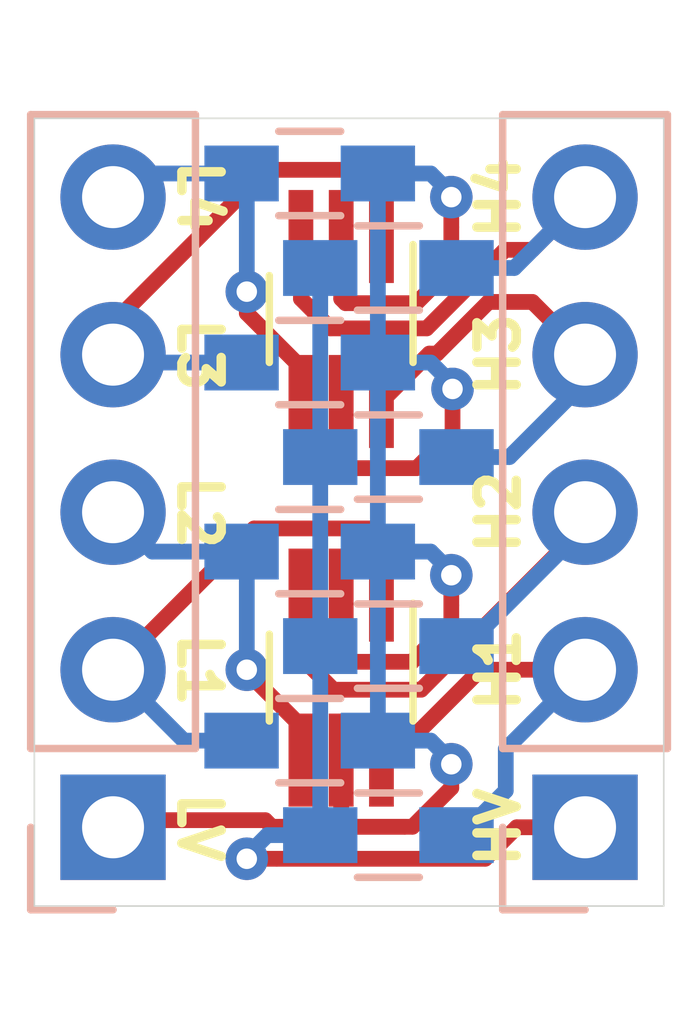
<source format=kicad_pcb>
(kicad_pcb (version 4) (host pcbnew 4.0.6-e0-6349~53~ubuntu16.04.1)

  (general
    (links 28)
    (no_connects 0)
    (area 142.862299 107.302299 153.047701 120.027701)
    (thickness 1.6)
    (drawings 14)
    (tracks 128)
    (zones 0)
    (modules 12)
    (nets 11)
  )

  (page A4)
  (layers
    (0 F.Cu signal)
    (31 B.Cu signal)
    (32 B.Adhes user)
    (33 F.Adhes user)
    (34 B.Paste user)
    (35 F.Paste user)
    (36 B.SilkS user)
    (37 F.SilkS user)
    (38 B.Mask user)
    (39 F.Mask user)
    (40 Dwgs.User user)
    (41 Cmts.User user)
    (42 Eco1.User user)
    (43 Eco2.User user)
    (44 Edge.Cuts user)
    (45 Margin user)
    (46 B.CrtYd user hide)
    (47 F.CrtYd user hide)
    (48 B.Fab user)
    (49 F.Fab user hide)
  )

  (setup
    (last_trace_width 0.254)
    (trace_clearance 0.1524)
    (zone_clearance 0.508)
    (zone_45_only no)
    (trace_min 0.1524)
    (segment_width 0.2)
    (edge_width 0.0254)
    (via_size 0.6858)
    (via_drill 0.3302)
    (via_min_size 0.6858)
    (via_min_drill 0.3302)
    (uvia_size 0.762)
    (uvia_drill 0.508)
    (uvias_allowed no)
    (uvia_min_size 0)
    (uvia_min_drill 0)
    (pcb_text_width 0.3)
    (pcb_text_size 1.5 1.5)
    (mod_edge_width 0.15)
    (mod_text_size 1 1)
    (mod_text_width 0.15)
    (pad_size 1.524 1.524)
    (pad_drill 0.762)
    (pad_to_mask_clearance 0.2)
    (aux_axis_origin 0 0)
    (visible_elements FFFFFF3F)
    (pcbplotparams
      (layerselection 0x00030_80000001)
      (usegerberextensions false)
      (excludeedgelayer true)
      (linewidth 0.100000)
      (plotframeref false)
      (viasonmask false)
      (mode 1)
      (useauxorigin false)
      (hpglpennumber 1)
      (hpglpenspeed 20)
      (hpglpendiameter 15)
      (hpglpenoverlay 2)
      (psnegative false)
      (psa4output false)
      (plotreference true)
      (plotvalue true)
      (plotinvisibletext false)
      (padsonsilk false)
      (subtractmaskfromsilk false)
      (outputformat 1)
      (mirror false)
      (drillshape 1)
      (scaleselection 1)
      (outputdirectory ""))
  )

  (net 0 "")
  (net 1 /LV)
  (net 2 /L1)
  (net 3 /L2)
  (net 4 /H1)
  (net 5 /H2)
  (net 6 /HV)
  (net 7 /L3)
  (net 8 /H3)
  (net 9 /L4)
  (net 10 /H4)

  (net_class Default "This is the default net class."
    (clearance 0.1524)
    (trace_width 0.254)
    (via_dia 0.6858)
    (via_drill 0.3302)
    (uvia_dia 0.762)
    (uvia_drill 0.508)
    (add_net /H1)
    (add_net /H2)
    (add_net /H3)
    (add_net /H4)
    (add_net /HV)
    (add_net /L1)
    (add_net /L2)
    (add_net /L3)
    (add_net /L4)
    (add_net /LV)
  )

  (module TO_SOT_Packages_SMD:SOT-363_SC-70-6_Handsoldering (layer F.Cu) (tedit 58DB5FEB) (tstamp 58DADC59)
    (at 147.828 116.332 270)
    (descr "SOT-363, SC-70-6, Handsoldering")
    (tags "SOT-363 SC-70-6 Handsoldering")
    (path /58DADBCA)
    (attr smd)
    (fp_text reference Q1 (at 0 -2 270) (layer F.SilkS) hide
      (effects (font (size 1 1) (thickness 0.15)))
    )
    (fp_text value BSS138PS (at 0 2 450) (layer F.Fab)
      (effects (font (size 1 1) (thickness 0.15)))
    )
    (fp_text user %R (at 0 0 270) (layer F.Fab)
      (effects (font (size 0.5 0.5) (thickness 0.075)))
    )
    (fp_line (start -2.4 1.4) (end 2.4 1.4) (layer F.CrtYd) (width 0.05))
    (fp_line (start 0.7 -1.16) (end -1.2 -1.16) (layer F.SilkS) (width 0.12))
    (fp_line (start -0.7 1.16) (end 0.7 1.16) (layer F.SilkS) (width 0.12))
    (fp_line (start 2.4 1.4) (end 2.4 -1.4) (layer F.CrtYd) (width 0.05))
    (fp_line (start -2.4 -1.4) (end -2.4 1.4) (layer F.CrtYd) (width 0.05))
    (fp_line (start -2.4 -1.4) (end 2.4 -1.4) (layer F.CrtYd) (width 0.05))
    (fp_line (start 0.675 -1.1) (end -0.175 -1.1) (layer F.Fab) (width 0.1))
    (fp_line (start -0.675 -0.6) (end -0.675 1.1) (layer F.Fab) (width 0.1))
    (fp_line (start 0.675 -1.1) (end 0.675 1.1) (layer F.Fab) (width 0.1))
    (fp_line (start 0.675 1.1) (end -0.675 1.1) (layer F.Fab) (width 0.1))
    (fp_line (start -0.175 -1.1) (end -0.675 -0.6) (layer F.Fab) (width 0.1))
    (pad 1 smd rect (at -1.33 -0.65 270) (size 1.5 0.4) (layers F.Cu F.Paste F.Mask)
      (net 2 /L1))
    (pad 2 smd rect (at -1.33 0 270) (size 1.5 0.4) (layers F.Cu F.Paste F.Mask)
      (net 1 /LV))
    (pad 3 smd rect (at -1.33 0.65 270) (size 1.5 0.4) (layers F.Cu F.Paste F.Mask)
      (net 5 /H2))
    (pad 4 smd rect (at 1.33 0.65 270) (size 1.5 0.4) (layers F.Cu F.Paste F.Mask)
      (net 3 /L2))
    (pad 5 smd rect (at 1.33 0 270) (size 1.5 0.4) (layers F.Cu F.Paste F.Mask)
      (net 1 /LV))
    (pad 6 smd rect (at 1.33 -0.65 270) (size 1.5 0.4) (layers F.Cu F.Paste F.Mask)
      (net 4 /H1))
    (model ${KISYS3DMOD}/TO_SOT_Packages_SMD.3dshapes/SOT-363_SC-70-6.wrl
      (at (xyz 0 0 0))
      (scale (xyz 1 1 1))
      (rotate (xyz 0 0 0))
    )
  )

  (module TO_SOT_Packages_SMD:SOT-363_SC-70-6_Handsoldering (layer F.Cu) (tedit 58DB5FE8) (tstamp 58DADC62)
    (at 147.828 110.55 270)
    (descr "SOT-363, SC-70-6, Handsoldering")
    (tags "SOT-363 SC-70-6 Handsoldering")
    (path /58DAE194)
    (attr smd)
    (fp_text reference Q2 (at 0 -2 270) (layer F.SilkS) hide
      (effects (font (size 1 1) (thickness 0.15)))
    )
    (fp_text value BSS138PS (at 0 2 450) (layer F.Fab)
      (effects (font (size 1 1) (thickness 0.15)))
    )
    (fp_text user %R (at 0 0 270) (layer F.Fab)
      (effects (font (size 0.5 0.5) (thickness 0.075)))
    )
    (fp_line (start -2.4 1.4) (end 2.4 1.4) (layer F.CrtYd) (width 0.05))
    (fp_line (start 0.7 -1.16) (end -1.2 -1.16) (layer F.SilkS) (width 0.12))
    (fp_line (start -0.7 1.16) (end 0.7 1.16) (layer F.SilkS) (width 0.12))
    (fp_line (start 2.4 1.4) (end 2.4 -1.4) (layer F.CrtYd) (width 0.05))
    (fp_line (start -2.4 -1.4) (end -2.4 1.4) (layer F.CrtYd) (width 0.05))
    (fp_line (start -2.4 -1.4) (end 2.4 -1.4) (layer F.CrtYd) (width 0.05))
    (fp_line (start 0.675 -1.1) (end -0.175 -1.1) (layer F.Fab) (width 0.1))
    (fp_line (start -0.675 -0.6) (end -0.675 1.1) (layer F.Fab) (width 0.1))
    (fp_line (start 0.675 -1.1) (end 0.675 1.1) (layer F.Fab) (width 0.1))
    (fp_line (start 0.675 1.1) (end -0.675 1.1) (layer F.Fab) (width 0.1))
    (fp_line (start -0.175 -1.1) (end -0.675 -0.6) (layer F.Fab) (width 0.1))
    (pad 1 smd rect (at -1.33 -0.65 270) (size 1.5 0.4) (layers F.Cu F.Paste F.Mask)
      (net 7 /L3))
    (pad 2 smd rect (at -1.33 0 270) (size 1.5 0.4) (layers F.Cu F.Paste F.Mask)
      (net 1 /LV))
    (pad 3 smd rect (at -1.33 0.65 270) (size 1.5 0.4) (layers F.Cu F.Paste F.Mask)
      (net 10 /H4))
    (pad 4 smd rect (at 1.33 0.65 270) (size 1.5 0.4) (layers F.Cu F.Paste F.Mask)
      (net 9 /L4))
    (pad 5 smd rect (at 1.33 0 270) (size 1.5 0.4) (layers F.Cu F.Paste F.Mask)
      (net 1 /LV))
    (pad 6 smd rect (at 1.33 -0.65 270) (size 1.5 0.4) (layers F.Cu F.Paste F.Mask)
      (net 8 /H3))
    (model ${KISYS3DMOD}/TO_SOT_Packages_SMD.3dshapes/SOT-363_SC-70-6.wrl
      (at (xyz 0 0 0))
      (scale (xyz 1 1 1))
      (rotate (xyz 0 0 0))
    )
  )

  (module Resistors_SMD:R_0603_HandSoldering (layer B.Cu) (tedit 58DB5FB0) (tstamp 58DADCB9)
    (at 147.32 117.348 180)
    (descr "Resistor SMD 0603, hand soldering")
    (tags "resistor 0603")
    (path /58DAE1C3)
    (attr smd)
    (fp_text reference R1 (at 0 1.45 180) (layer B.SilkS) hide
      (effects (font (size 1 1) (thickness 0.15)) (justify mirror))
    )
    (fp_text value 10k (at 0 -1.55 180) (layer B.Fab)
      (effects (font (size 1 1) (thickness 0.15)) (justify mirror))
    )
    (fp_text user %R (at 0 1.45 180) (layer B.Fab)
      (effects (font (size 1 1) (thickness 0.15)) (justify mirror))
    )
    (fp_line (start -0.8 -0.4) (end -0.8 0.4) (layer B.Fab) (width 0.1))
    (fp_line (start 0.8 -0.4) (end -0.8 -0.4) (layer B.Fab) (width 0.1))
    (fp_line (start 0.8 0.4) (end 0.8 -0.4) (layer B.Fab) (width 0.1))
    (fp_line (start -0.8 0.4) (end 0.8 0.4) (layer B.Fab) (width 0.1))
    (fp_line (start 0.5 -0.68) (end -0.5 -0.68) (layer B.SilkS) (width 0.12))
    (fp_line (start -0.5 0.68) (end 0.5 0.68) (layer B.SilkS) (width 0.12))
    (fp_line (start -1.96 0.7) (end 1.95 0.7) (layer B.CrtYd) (width 0.05))
    (fp_line (start -1.96 0.7) (end -1.96 -0.7) (layer B.CrtYd) (width 0.05))
    (fp_line (start 1.95 -0.7) (end 1.95 0.7) (layer B.CrtYd) (width 0.05))
    (fp_line (start 1.95 -0.7) (end -1.96 -0.7) (layer B.CrtYd) (width 0.05))
    (pad 1 smd rect (at -1.1 0 180) (size 1.2 0.9) (layers B.Cu B.Paste B.Mask)
      (net 1 /LV))
    (pad 2 smd rect (at 1.1 0 180) (size 1.2 0.9) (layers B.Cu B.Paste B.Mask)
      (net 2 /L1))
    (model Resistors_SMD.3dshapes/R_0603.wrl
      (at (xyz 0 0 0))
      (scale (xyz 1 1 1))
      (rotate (xyz 0 0 0))
    )
  )

  (module Resistors_SMD:R_0603_HandSoldering (layer B.Cu) (tedit 58DB5FB9) (tstamp 58DADCBE)
    (at 147.32 114.3 180)
    (descr "Resistor SMD 0603, hand soldering")
    (tags "resistor 0603")
    (path /58DAE20B)
    (attr smd)
    (fp_text reference R2 (at 0 1.45 180) (layer B.SilkS) hide
      (effects (font (size 1 1) (thickness 0.15)) (justify mirror))
    )
    (fp_text value 10k (at 0 -1.55 180) (layer B.Fab)
      (effects (font (size 1 1) (thickness 0.15)) (justify mirror))
    )
    (fp_text user %R (at 0 1.45 180) (layer B.Fab)
      (effects (font (size 1 1) (thickness 0.15)) (justify mirror))
    )
    (fp_line (start -0.8 -0.4) (end -0.8 0.4) (layer B.Fab) (width 0.1))
    (fp_line (start 0.8 -0.4) (end -0.8 -0.4) (layer B.Fab) (width 0.1))
    (fp_line (start 0.8 0.4) (end 0.8 -0.4) (layer B.Fab) (width 0.1))
    (fp_line (start -0.8 0.4) (end 0.8 0.4) (layer B.Fab) (width 0.1))
    (fp_line (start 0.5 -0.68) (end -0.5 -0.68) (layer B.SilkS) (width 0.12))
    (fp_line (start -0.5 0.68) (end 0.5 0.68) (layer B.SilkS) (width 0.12))
    (fp_line (start -1.96 0.7) (end 1.95 0.7) (layer B.CrtYd) (width 0.05))
    (fp_line (start -1.96 0.7) (end -1.96 -0.7) (layer B.CrtYd) (width 0.05))
    (fp_line (start 1.95 -0.7) (end 1.95 0.7) (layer B.CrtYd) (width 0.05))
    (fp_line (start 1.95 -0.7) (end -1.96 -0.7) (layer B.CrtYd) (width 0.05))
    (pad 1 smd rect (at -1.1 0 180) (size 1.2 0.9) (layers B.Cu B.Paste B.Mask)
      (net 1 /LV))
    (pad 2 smd rect (at 1.1 0 180) (size 1.2 0.9) (layers B.Cu B.Paste B.Mask)
      (net 3 /L2))
    (model Resistors_SMD.3dshapes/R_0603.wrl
      (at (xyz 0 0 0))
      (scale (xyz 1 1 1))
      (rotate (xyz 0 0 0))
    )
  )

  (module Resistors_SMD:R_0603_HandSoldering (layer B.Cu) (tedit 58DB5FA4) (tstamp 58DADCC3)
    (at 148.59 118.872)
    (descr "Resistor SMD 0603, hand soldering")
    (tags "resistor 0603")
    (path /58DADC06)
    (attr smd)
    (fp_text reference R3 (at 0 1.45) (layer B.SilkS) hide
      (effects (font (size 1 1) (thickness 0.15)) (justify mirror))
    )
    (fp_text value 10k (at 0 -1.55) (layer B.Fab)
      (effects (font (size 1 1) (thickness 0.15)) (justify mirror))
    )
    (fp_text user %R (at 0 1.45) (layer B.Fab)
      (effects (font (size 1 1) (thickness 0.15)) (justify mirror))
    )
    (fp_line (start -0.8 -0.4) (end -0.8 0.4) (layer B.Fab) (width 0.1))
    (fp_line (start 0.8 -0.4) (end -0.8 -0.4) (layer B.Fab) (width 0.1))
    (fp_line (start 0.8 0.4) (end 0.8 -0.4) (layer B.Fab) (width 0.1))
    (fp_line (start -0.8 0.4) (end 0.8 0.4) (layer B.Fab) (width 0.1))
    (fp_line (start 0.5 -0.68) (end -0.5 -0.68) (layer B.SilkS) (width 0.12))
    (fp_line (start -0.5 0.68) (end 0.5 0.68) (layer B.SilkS) (width 0.12))
    (fp_line (start -1.96 0.7) (end 1.95 0.7) (layer B.CrtYd) (width 0.05))
    (fp_line (start -1.96 0.7) (end -1.96 -0.7) (layer B.CrtYd) (width 0.05))
    (fp_line (start 1.95 -0.7) (end 1.95 0.7) (layer B.CrtYd) (width 0.05))
    (fp_line (start 1.95 -0.7) (end -1.96 -0.7) (layer B.CrtYd) (width 0.05))
    (pad 1 smd rect (at -1.1 0) (size 1.2 0.9) (layers B.Cu B.Paste B.Mask)
      (net 6 /HV))
    (pad 2 smd rect (at 1.1 0) (size 1.2 0.9) (layers B.Cu B.Paste B.Mask)
      (net 4 /H1))
    (model Resistors_SMD.3dshapes/R_0603.wrl
      (at (xyz 0 0 0))
      (scale (xyz 1 1 1))
      (rotate (xyz 0 0 0))
    )
  )

  (module Resistors_SMD:R_0603_HandSoldering (layer B.Cu) (tedit 58DB5FA8) (tstamp 58DADCC8)
    (at 148.59 115.824)
    (descr "Resistor SMD 0603, hand soldering")
    (tags "resistor 0603")
    (path /58DADC05)
    (attr smd)
    (fp_text reference R4 (at 0 1.45) (layer B.SilkS) hide
      (effects (font (size 1 1) (thickness 0.15)) (justify mirror))
    )
    (fp_text value 10k (at 0 -1.55) (layer B.Fab)
      (effects (font (size 1 1) (thickness 0.15)) (justify mirror))
    )
    (fp_text user %R (at 0 1.45) (layer B.Fab)
      (effects (font (size 1 1) (thickness 0.15)) (justify mirror))
    )
    (fp_line (start -0.8 -0.4) (end -0.8 0.4) (layer B.Fab) (width 0.1))
    (fp_line (start 0.8 -0.4) (end -0.8 -0.4) (layer B.Fab) (width 0.1))
    (fp_line (start 0.8 0.4) (end 0.8 -0.4) (layer B.Fab) (width 0.1))
    (fp_line (start -0.8 0.4) (end 0.8 0.4) (layer B.Fab) (width 0.1))
    (fp_line (start 0.5 -0.68) (end -0.5 -0.68) (layer B.SilkS) (width 0.12))
    (fp_line (start -0.5 0.68) (end 0.5 0.68) (layer B.SilkS) (width 0.12))
    (fp_line (start -1.96 0.7) (end 1.95 0.7) (layer B.CrtYd) (width 0.05))
    (fp_line (start -1.96 0.7) (end -1.96 -0.7) (layer B.CrtYd) (width 0.05))
    (fp_line (start 1.95 -0.7) (end 1.95 0.7) (layer B.CrtYd) (width 0.05))
    (fp_line (start 1.95 -0.7) (end -1.96 -0.7) (layer B.CrtYd) (width 0.05))
    (pad 1 smd rect (at -1.1 0) (size 1.2 0.9) (layers B.Cu B.Paste B.Mask)
      (net 6 /HV))
    (pad 2 smd rect (at 1.1 0) (size 1.2 0.9) (layers B.Cu B.Paste B.Mask)
      (net 5 /H2))
    (model Resistors_SMD.3dshapes/R_0603.wrl
      (at (xyz 0 0 0))
      (scale (xyz 1 1 1))
      (rotate (xyz 0 0 0))
    )
  )

  (module Resistors_SMD:R_0603_HandSoldering (layer B.Cu) (tedit 58DB5FD1) (tstamp 58DADCCD)
    (at 147.32 108.204 180)
    (descr "Resistor SMD 0603, hand soldering")
    (tags "resistor 0603")
    (path /58DAE919)
    (attr smd)
    (fp_text reference R5 (at 0 1.45 180) (layer B.SilkS) hide
      (effects (font (size 1 1) (thickness 0.15)) (justify mirror))
    )
    (fp_text value 10k (at 0 -1.55 180) (layer B.Fab)
      (effects (font (size 1 1) (thickness 0.15)) (justify mirror))
    )
    (fp_text user %R (at 0 1.45 180) (layer B.Fab)
      (effects (font (size 1 1) (thickness 0.15)) (justify mirror))
    )
    (fp_line (start -0.8 -0.4) (end -0.8 0.4) (layer B.Fab) (width 0.1))
    (fp_line (start 0.8 -0.4) (end -0.8 -0.4) (layer B.Fab) (width 0.1))
    (fp_line (start 0.8 0.4) (end 0.8 -0.4) (layer B.Fab) (width 0.1))
    (fp_line (start -0.8 0.4) (end 0.8 0.4) (layer B.Fab) (width 0.1))
    (fp_line (start 0.5 -0.68) (end -0.5 -0.68) (layer B.SilkS) (width 0.12))
    (fp_line (start -0.5 0.68) (end 0.5 0.68) (layer B.SilkS) (width 0.12))
    (fp_line (start -1.96 0.7) (end 1.95 0.7) (layer B.CrtYd) (width 0.05))
    (fp_line (start -1.96 0.7) (end -1.96 -0.7) (layer B.CrtYd) (width 0.05))
    (fp_line (start 1.95 -0.7) (end 1.95 0.7) (layer B.CrtYd) (width 0.05))
    (fp_line (start 1.95 -0.7) (end -1.96 -0.7) (layer B.CrtYd) (width 0.05))
    (pad 1 smd rect (at -1.1 0 180) (size 1.2 0.9) (layers B.Cu B.Paste B.Mask)
      (net 1 /LV))
    (pad 2 smd rect (at 1.1 0 180) (size 1.2 0.9) (layers B.Cu B.Paste B.Mask)
      (net 9 /L4))
    (model Resistors_SMD.3dshapes/R_0603.wrl
      (at (xyz 0 0 0))
      (scale (xyz 1 1 1))
      (rotate (xyz 0 0 0))
    )
  )

  (module Resistors_SMD:R_0603_HandSoldering (layer B.Cu) (tedit 58DB5FCA) (tstamp 58DADCD2)
    (at 148.59 109.728)
    (descr "Resistor SMD 0603, hand soldering")
    (tags "resistor 0603")
    (path /58DAE902)
    (attr smd)
    (fp_text reference R6 (at 0 1.45) (layer B.SilkS) hide
      (effects (font (size 1 1) (thickness 0.15)) (justify mirror))
    )
    (fp_text value 10k (at 0 -1.55) (layer B.Fab)
      (effects (font (size 1 1) (thickness 0.15)) (justify mirror))
    )
    (fp_text user %R (at 0 1.45) (layer B.Fab)
      (effects (font (size 1 1) (thickness 0.15)) (justify mirror))
    )
    (fp_line (start -0.8 -0.4) (end -0.8 0.4) (layer B.Fab) (width 0.1))
    (fp_line (start 0.8 -0.4) (end -0.8 -0.4) (layer B.Fab) (width 0.1))
    (fp_line (start 0.8 0.4) (end 0.8 -0.4) (layer B.Fab) (width 0.1))
    (fp_line (start -0.8 0.4) (end 0.8 0.4) (layer B.Fab) (width 0.1))
    (fp_line (start 0.5 -0.68) (end -0.5 -0.68) (layer B.SilkS) (width 0.12))
    (fp_line (start -0.5 0.68) (end 0.5 0.68) (layer B.SilkS) (width 0.12))
    (fp_line (start -1.96 0.7) (end 1.95 0.7) (layer B.CrtYd) (width 0.05))
    (fp_line (start -1.96 0.7) (end -1.96 -0.7) (layer B.CrtYd) (width 0.05))
    (fp_line (start 1.95 -0.7) (end 1.95 0.7) (layer B.CrtYd) (width 0.05))
    (fp_line (start 1.95 -0.7) (end -1.96 -0.7) (layer B.CrtYd) (width 0.05))
    (pad 1 smd rect (at -1.1 0) (size 1.2 0.9) (layers B.Cu B.Paste B.Mask)
      (net 6 /HV))
    (pad 2 smd rect (at 1.1 0) (size 1.2 0.9) (layers B.Cu B.Paste B.Mask)
      (net 10 /H4))
    (model Resistors_SMD.3dshapes/R_0603.wrl
      (at (xyz 0 0 0))
      (scale (xyz 1 1 1))
      (rotate (xyz 0 0 0))
    )
  )

  (module Pin_Headers:Pin_Header_Straight_1x05_Pitch2.54mm locked (layer B.Cu) (tedit 58DB5F99) (tstamp 58DADD63)
    (at 144.145 118.745)
    (descr "Through hole straight pin header, 1x05, 2.54mm pitch, single row")
    (tags "Through hole pin header THT 1x05 2.54mm single row")
    (path /58DADC04)
    (fp_text reference J1 (at 0 2.33) (layer B.SilkS) hide
      (effects (font (size 1 1) (thickness 0.15)) (justify mirror))
    )
    (fp_text value LV (at 0 -12.49) (layer B.Fab)
      (effects (font (size 1 1) (thickness 0.15)) (justify mirror))
    )
    (fp_line (start -1.27 1.27) (end -1.27 -11.43) (layer B.Fab) (width 0.1))
    (fp_line (start -1.27 -11.43) (end 1.27 -11.43) (layer B.Fab) (width 0.1))
    (fp_line (start 1.27 -11.43) (end 1.27 1.27) (layer B.Fab) (width 0.1))
    (fp_line (start 1.27 1.27) (end -1.27 1.27) (layer B.Fab) (width 0.1))
    (fp_line (start -1.33 -1.27) (end -1.33 -11.49) (layer B.SilkS) (width 0.12))
    (fp_line (start -1.33 -11.49) (end 1.33 -11.49) (layer B.SilkS) (width 0.12))
    (fp_line (start 1.33 -11.49) (end 1.33 -1.27) (layer B.SilkS) (width 0.12))
    (fp_line (start 1.33 -1.27) (end -1.33 -1.27) (layer B.SilkS) (width 0.12))
    (fp_line (start -1.33 0) (end -1.33 1.33) (layer B.SilkS) (width 0.12))
    (fp_line (start -1.33 1.33) (end 0 1.33) (layer B.SilkS) (width 0.12))
    (fp_line (start -1.8 1.8) (end -1.8 -11.95) (layer B.CrtYd) (width 0.05))
    (fp_line (start -1.8 -11.95) (end 1.8 -11.95) (layer B.CrtYd) (width 0.05))
    (fp_line (start 1.8 -11.95) (end 1.8 1.8) (layer B.CrtYd) (width 0.05))
    (fp_line (start 1.8 1.8) (end -1.8 1.8) (layer B.CrtYd) (width 0.05))
    (fp_text user %R (at 0 2.33) (layer B.Fab)
      (effects (font (size 1 1) (thickness 0.15)) (justify mirror))
    )
    (pad 1 thru_hole rect (at 0 0) (size 1.7 1.7) (drill 1) (layers *.Cu *.Mask)
      (net 1 /LV))
    (pad 2 thru_hole oval (at 0 -2.54) (size 1.7 1.7) (drill 1) (layers *.Cu *.Mask)
      (net 2 /L1))
    (pad 3 thru_hole oval (at 0 -5.08) (size 1.7 1.7) (drill 1) (layers *.Cu *.Mask)
      (net 3 /L2))
    (pad 4 thru_hole oval (at 0 -7.62) (size 1.7 1.7) (drill 1) (layers *.Cu *.Mask)
      (net 7 /L3))
    (pad 5 thru_hole oval (at 0 -10.16) (size 1.7 1.7) (drill 1) (layers *.Cu *.Mask)
      (net 9 /L4))
    (model ${KISYS3DMOD}/Pin_Headers.3dshapes/Pin_Header_Straight_1x05_Pitch2.54mm.wrl
      (at (xyz 0 -0.2 0))
      (scale (xyz 1 1 1))
      (rotate (xyz 0 0 90))
    )
  )

  (module Pin_Headers:Pin_Header_Straight_1x05_Pitch2.54mm locked (layer B.Cu) (tedit 58DB5F9E) (tstamp 58DADD6B)
    (at 151.765 118.745)
    (descr "Through hole straight pin header, 1x05, 2.54mm pitch, single row")
    (tags "Through hole pin header THT 1x05 2.54mm single row")
    (path /58DAE41A)
    (fp_text reference J2 (at 0 2.33) (layer B.SilkS) hide
      (effects (font (size 1 1) (thickness 0.15)) (justify mirror))
    )
    (fp_text value HV (at 0 -12.49) (layer B.Fab)
      (effects (font (size 1 1) (thickness 0.15)) (justify mirror))
    )
    (fp_line (start -1.27 1.27) (end -1.27 -11.43) (layer B.Fab) (width 0.1))
    (fp_line (start -1.27 -11.43) (end 1.27 -11.43) (layer B.Fab) (width 0.1))
    (fp_line (start 1.27 -11.43) (end 1.27 1.27) (layer B.Fab) (width 0.1))
    (fp_line (start 1.27 1.27) (end -1.27 1.27) (layer B.Fab) (width 0.1))
    (fp_line (start -1.33 -1.27) (end -1.33 -11.49) (layer B.SilkS) (width 0.12))
    (fp_line (start -1.33 -11.49) (end 1.33 -11.49) (layer B.SilkS) (width 0.12))
    (fp_line (start 1.33 -11.49) (end 1.33 -1.27) (layer B.SilkS) (width 0.12))
    (fp_line (start 1.33 -1.27) (end -1.33 -1.27) (layer B.SilkS) (width 0.12))
    (fp_line (start -1.33 0) (end -1.33 1.33) (layer B.SilkS) (width 0.12))
    (fp_line (start -1.33 1.33) (end 0 1.33) (layer B.SilkS) (width 0.12))
    (fp_line (start -1.8 1.8) (end -1.8 -11.95) (layer B.CrtYd) (width 0.05))
    (fp_line (start -1.8 -11.95) (end 1.8 -11.95) (layer B.CrtYd) (width 0.05))
    (fp_line (start 1.8 -11.95) (end 1.8 1.8) (layer B.CrtYd) (width 0.05))
    (fp_line (start 1.8 1.8) (end -1.8 1.8) (layer B.CrtYd) (width 0.05))
    (fp_text user %R (at 0 2.33) (layer B.Fab)
      (effects (font (size 1 1) (thickness 0.15)) (justify mirror))
    )
    (pad 1 thru_hole rect (at 0 0) (size 1.7 1.7) (drill 1) (layers *.Cu *.Mask)
      (net 6 /HV))
    (pad 2 thru_hole oval (at 0 -2.54) (size 1.7 1.7) (drill 1) (layers *.Cu *.Mask)
      (net 4 /H1))
    (pad 3 thru_hole oval (at 0 -5.08) (size 1.7 1.7) (drill 1) (layers *.Cu *.Mask)
      (net 5 /H2))
    (pad 4 thru_hole oval (at 0 -7.62) (size 1.7 1.7) (drill 1) (layers *.Cu *.Mask)
      (net 8 /H3))
    (pad 5 thru_hole oval (at 0 -10.16) (size 1.7 1.7) (drill 1) (layers *.Cu *.Mask)
      (net 10 /H4))
    (model ${KISYS3DMOD}/Pin_Headers.3dshapes/Pin_Header_Straight_1x05_Pitch2.54mm.wrl
      (at (xyz 0 -0.2 0))
      (scale (xyz 1 1 1))
      (rotate (xyz 0 0 90))
    )
  )

  (module Resistors_SMD:R_0603_HandSoldering (layer B.Cu) (tedit 58DB5FCD) (tstamp 58DADD78)
    (at 147.32 111.252 180)
    (descr "Resistor SMD 0603, hand soldering")
    (tags "resistor 0603")
    (path /58DAE18A)
    (attr smd)
    (fp_text reference R7 (at 0 1.45 180) (layer B.SilkS) hide
      (effects (font (size 1 1) (thickness 0.15)) (justify mirror))
    )
    (fp_text value 10k (at 0 -1.55 180) (layer B.Fab)
      (effects (font (size 1 1) (thickness 0.15)) (justify mirror))
    )
    (fp_text user %R (at 0 1.45 180) (layer B.Fab)
      (effects (font (size 1 1) (thickness 0.15)) (justify mirror))
    )
    (fp_line (start -0.8 -0.4) (end -0.8 0.4) (layer B.Fab) (width 0.1))
    (fp_line (start 0.8 -0.4) (end -0.8 -0.4) (layer B.Fab) (width 0.1))
    (fp_line (start 0.8 0.4) (end 0.8 -0.4) (layer B.Fab) (width 0.1))
    (fp_line (start -0.8 0.4) (end 0.8 0.4) (layer B.Fab) (width 0.1))
    (fp_line (start 0.5 -0.68) (end -0.5 -0.68) (layer B.SilkS) (width 0.12))
    (fp_line (start -0.5 0.68) (end 0.5 0.68) (layer B.SilkS) (width 0.12))
    (fp_line (start -1.96 0.7) (end 1.95 0.7) (layer B.CrtYd) (width 0.05))
    (fp_line (start -1.96 0.7) (end -1.96 -0.7) (layer B.CrtYd) (width 0.05))
    (fp_line (start 1.95 -0.7) (end 1.95 0.7) (layer B.CrtYd) (width 0.05))
    (fp_line (start 1.95 -0.7) (end -1.96 -0.7) (layer B.CrtYd) (width 0.05))
    (pad 1 smd rect (at -1.1 0 180) (size 1.2 0.9) (layers B.Cu B.Paste B.Mask)
      (net 1 /LV))
    (pad 2 smd rect (at 1.1 0 180) (size 1.2 0.9) (layers B.Cu B.Paste B.Mask)
      (net 7 /L3))
    (model Resistors_SMD.3dshapes/R_0603.wrl
      (at (xyz 0 0 0))
      (scale (xyz 1 1 1))
      (rotate (xyz 0 0 0))
    )
  )

  (module Resistors_SMD:R_0603_HandSoldering (layer B.Cu) (tedit 58DB5FAD) (tstamp 58DADD7E)
    (at 148.59 112.776)
    (descr "Resistor SMD 0603, hand soldering")
    (tags "resistor 0603")
    (path /58DAE179)
    (attr smd)
    (fp_text reference R8 (at 0 1.45) (layer B.SilkS) hide
      (effects (font (size 1 1) (thickness 0.15)) (justify mirror))
    )
    (fp_text value 10k (at 0 -1.55) (layer B.Fab)
      (effects (font (size 1 1) (thickness 0.15)) (justify mirror))
    )
    (fp_text user %R (at 0 1.45) (layer B.Fab)
      (effects (font (size 1 1) (thickness 0.15)) (justify mirror))
    )
    (fp_line (start -0.8 -0.4) (end -0.8 0.4) (layer B.Fab) (width 0.1))
    (fp_line (start 0.8 -0.4) (end -0.8 -0.4) (layer B.Fab) (width 0.1))
    (fp_line (start 0.8 0.4) (end 0.8 -0.4) (layer B.Fab) (width 0.1))
    (fp_line (start -0.8 0.4) (end 0.8 0.4) (layer B.Fab) (width 0.1))
    (fp_line (start 0.5 -0.68) (end -0.5 -0.68) (layer B.SilkS) (width 0.12))
    (fp_line (start -0.5 0.68) (end 0.5 0.68) (layer B.SilkS) (width 0.12))
    (fp_line (start -1.96 0.7) (end 1.95 0.7) (layer B.CrtYd) (width 0.05))
    (fp_line (start -1.96 0.7) (end -1.96 -0.7) (layer B.CrtYd) (width 0.05))
    (fp_line (start 1.95 -0.7) (end 1.95 0.7) (layer B.CrtYd) (width 0.05))
    (fp_line (start 1.95 -0.7) (end -1.96 -0.7) (layer B.CrtYd) (width 0.05))
    (pad 1 smd rect (at -1.1 0) (size 1.2 0.9) (layers B.Cu B.Paste B.Mask)
      (net 6 /HV))
    (pad 2 smd rect (at 1.1 0) (size 1.2 0.9) (layers B.Cu B.Paste B.Mask)
      (net 8 /H3))
    (model Resistors_SMD.3dshapes/R_0603.wrl
      (at (xyz 0 0 0))
      (scale (xyz 1 1 1))
      (rotate (xyz 0 0 0))
    )
  )

  (gr_text HV (at 150.368 118.745 90) (layer F.SilkS)
    (effects (font (size 0.635 0.635) (thickness 0.1524)))
  )
  (gr_text H1 (at 150.368 116.205 90) (layer F.SilkS)
    (effects (font (size 0.635 0.635) (thickness 0.1524)))
  )
  (gr_text H2 (at 150.368 113.665 90) (layer F.SilkS)
    (effects (font (size 0.635 0.635) (thickness 0.1524)))
  )
  (gr_text H3 (at 150.368 111.125 90) (layer F.SilkS)
    (effects (font (size 0.635 0.635) (thickness 0.1524)))
  )
  (gr_text H4 (at 150.368 108.585 90) (layer F.SilkS)
    (effects (font (size 0.635 0.635) (thickness 0.1524)))
  )
  (gr_text LV (at 145.542 118.745 270) (layer F.SilkS)
    (effects (font (size 0.635 0.635) (thickness 0.1524)))
  )
  (gr_text L1 (at 145.542 116.205 270) (layer F.SilkS)
    (effects (font (size 0.635 0.635) (thickness 0.1524)))
  )
  (gr_text L2 (at 145.542 113.665 270) (layer F.SilkS)
    (effects (font (size 0.635 0.635) (thickness 0.1524)))
  )
  (gr_text L3 (at 145.542 111.125 270) (layer F.SilkS)
    (effects (font (size 0.635 0.635) (thickness 0.1524)))
  )
  (gr_text L4 (at 145.542 108.585 270) (layer F.SilkS)
    (effects (font (size 0.635 0.635) (thickness 0.1524)))
  )
  (gr_line (start 142.875 120.015) (end 142.875 107.315) (angle 90) (layer Edge.Cuts) (width 0.0254))
  (gr_line (start 153.035 120.015) (end 142.875 120.015) (angle 90) (layer Edge.Cuts) (width 0.0254))
  (gr_line (start 153.035 107.315) (end 153.035 120.015) (angle 90) (layer Edge.Cuts) (width 0.0254))
  (gr_line (start 142.875 107.315) (end 153.035 107.315) (angle 90) (layer Edge.Cuts) (width 0.0254))

  (segment (start 148.855921 118.737001) (end 148.978999 118.737001) (width 0.254) (layer F.Cu) (net 1))
  (segment (start 148.978999 118.737001) (end 149.606 118.11) (width 0.254) (layer F.Cu) (net 1))
  (segment (start 149.606 117.856) (end 149.606 117.729) (width 0.254) (layer F.Cu) (net 1))
  (segment (start 149.606 118.11) (end 149.606 117.856) (width 0.254) (layer F.Cu) (net 1))
  (segment (start 147.828 115.002) (end 147.828 116.006) (width 0.254) (layer F.Cu) (net 1))
  (segment (start 147.828 116.006) (end 147.899001 116.077001) (width 0.254) (layer F.Cu) (net 1))
  (segment (start 149.606 115.443) (end 149.606 115.165933) (width 0.254) (layer F.Cu) (net 1))
  (segment (start 147.899001 116.077001) (end 148.971999 116.077001) (width 0.254) (layer F.Cu) (net 1))
  (segment (start 148.971999 116.077001) (end 149.606 115.443) (width 0.254) (layer F.Cu) (net 1))
  (segment (start 149.606 115.165933) (end 149.606 114.681) (width 0.254) (layer F.Cu) (net 1))
  (segment (start 147.828 111.88) (end 147.828 112.884) (width 0.254) (layer F.Cu) (net 1))
  (segment (start 147.828 112.884) (end 147.899001 112.955001) (width 0.254) (layer F.Cu) (net 1))
  (segment (start 147.899001 112.955001) (end 149.045999 112.955001) (width 0.254) (layer F.Cu) (net 1))
  (segment (start 149.045999 112.955001) (end 149.625619 112.375381) (width 0.254) (layer F.Cu) (net 1))
  (segment (start 149.625619 112.375381) (end 149.625619 111.677736) (width 0.254) (layer F.Cu) (net 1))
  (segment (start 149.625619 111.603619) (end 149.625619 111.677736) (width 0.254) (layer B.Cu) (net 1))
  (segment (start 149.606 109.069933) (end 149.606 108.585) (width 0.254) (layer F.Cu) (net 1))
  (segment (start 149.274 111.252) (end 149.625619 111.603619) (width 0.254) (layer B.Cu) (net 1))
  (segment (start 149.038999 110.295001) (end 149.606 109.728) (width 0.254) (layer F.Cu) (net 1))
  (segment (start 148.42 111.252) (end 149.274 111.252) (width 0.254) (layer B.Cu) (net 1))
  (segment (start 147.828 110.224) (end 147.899001 110.295001) (width 0.254) (layer F.Cu) (net 1))
  (segment (start 147.899001 110.295001) (end 149.038999 110.295001) (width 0.254) (layer F.Cu) (net 1))
  (via (at 149.625619 111.677736) (size 0.6858) (drill 0.3302) (layers F.Cu B.Cu) (net 1))
  (segment (start 147.828 109.22) (end 147.828 110.224) (width 0.254) (layer F.Cu) (net 1))
  (segment (start 149.606 109.728) (end 149.606 109.069933) (width 0.254) (layer F.Cu) (net 1))
  (segment (start 144.145 118.745) (end 144.259301 118.630699) (width 0.254) (layer F.Cu) (net 1))
  (segment (start 144.259301 118.630699) (end 146.602705 118.630699) (width 0.254) (layer F.Cu) (net 1))
  (segment (start 146.602705 118.630699) (end 146.709007 118.737001) (width 0.254) (layer F.Cu) (net 1))
  (segment (start 146.709007 118.737001) (end 148.855921 118.737001) (width 0.254) (layer F.Cu) (net 1))
  (segment (start 149.274 114.3) (end 149.606 114.632) (width 0.254) (layer B.Cu) (net 1))
  (segment (start 148.42 114.3) (end 149.274 114.3) (width 0.254) (layer B.Cu) (net 1))
  (segment (start 149.606 114.632) (end 149.606 114.681) (width 0.254) (layer B.Cu) (net 1))
  (via (at 149.606 114.681) (size 0.6858) (drill 0.3302) (layers F.Cu B.Cu) (net 1))
  (segment (start 149.606 117.68) (end 149.606 117.729) (width 0.254) (layer B.Cu) (net 1))
  (segment (start 149.274 117.348) (end 149.606 117.68) (width 0.254) (layer B.Cu) (net 1))
  (segment (start 149.606 117.774004) (end 149.606 117.729) (width 0.254) (layer F.Cu) (net 1))
  (segment (start 148.42 117.348) (end 149.274 117.348) (width 0.254) (layer B.Cu) (net 1))
  (via (at 149.606 117.729) (size 0.6858) (drill 0.3302) (layers F.Cu B.Cu) (net 1))
  (segment (start 149.274 108.204) (end 149.606 108.536) (width 0.254) (layer B.Cu) (net 1))
  (segment (start 149.606 108.536) (end 149.606 108.585) (width 0.254) (layer B.Cu) (net 1))
  (segment (start 148.42 108.204) (end 149.274 108.204) (width 0.254) (layer B.Cu) (net 1))
  (via (at 149.606 108.585) (size 0.6858) (drill 0.3302) (layers F.Cu B.Cu) (net 1))
  (segment (start 146.840005 118.737001) (end 147.903001 118.737001) (width 0.254) (layer F.Cu) (net 1))
  (segment (start 148.855921 118.737001) (end 147.903001 118.737001) (width 0.254) (layer F.Cu) (net 1))
  (segment (start 147.828 117.662) (end 147.828 118.662) (width 0.254) (layer F.Cu) (net 1))
  (segment (start 147.828 118.662) (end 147.903001 118.737001) (width 0.254) (layer F.Cu) (net 1))
  (segment (start 148.42 114.3) (end 148.42 115) (width 0.254) (layer B.Cu) (net 1))
  (segment (start 148.42 115) (end 148.42 117.348) (width 0.254) (layer B.Cu) (net 1))
  (segment (start 148.42 111.252) (end 148.42 111.952) (width 0.254) (layer B.Cu) (net 1))
  (segment (start 148.42 111.952) (end 148.42 114.3) (width 0.254) (layer B.Cu) (net 1))
  (segment (start 148.42 108.204) (end 148.42 108.904) (width 0.254) (layer B.Cu) (net 1))
  (segment (start 148.42 108.904) (end 148.42 111.252) (width 0.254) (layer B.Cu) (net 1))
  (segment (start 144.145 116.205) (end 146.423001 113.926999) (width 0.254) (layer F.Cu) (net 2))
  (segment (start 148.478 114.002) (end 148.478 115.002) (width 0.254) (layer F.Cu) (net 2))
  (segment (start 148.402999 113.926999) (end 148.478 114.002) (width 0.254) (layer F.Cu) (net 2))
  (segment (start 146.423001 113.926999) (end 148.402999 113.926999) (width 0.254) (layer F.Cu) (net 2))
  (segment (start 146.22 117.348) (end 145.288 117.348) (width 0.254) (layer B.Cu) (net 2))
  (segment (start 145.288 117.348) (end 144.145 116.205) (width 0.254) (layer B.Cu) (net 2))
  (segment (start 146.304 116.238) (end 146.304 116.205) (width 0.254) (layer F.Cu) (net 3))
  (segment (start 147.178 117.112) (end 146.304 116.238) (width 0.254) (layer F.Cu) (net 3))
  (segment (start 147.178 117.662) (end 147.178 117.112) (width 0.254) (layer F.Cu) (net 3))
  (segment (start 146.304 114.384) (end 146.304 116.205) (width 0.254) (layer B.Cu) (net 3))
  (via (at 146.304 116.205) (size 0.6858) (drill 0.3302) (layers F.Cu B.Cu) (net 3))
  (segment (start 146.22 114.3) (end 144.78 114.3) (width 0.254) (layer B.Cu) (net 3))
  (segment (start 144.78 114.3) (end 144.145 113.665) (width 0.254) (layer B.Cu) (net 3))
  (segment (start 150.562919 116.205) (end 151.765 116.205) (width 0.254) (layer F.Cu) (net 4))
  (segment (start 148.620996 117.662) (end 150.077996 116.205) (width 0.254) (layer F.Cu) (net 4))
  (segment (start 150.077996 116.205) (end 150.562919 116.205) (width 0.254) (layer F.Cu) (net 4))
  (segment (start 148.478 117.662) (end 148.620996 117.662) (width 0.254) (layer F.Cu) (net 4))
  (segment (start 150.485001 117.484999) (end 150.915001 117.054999) (width 0.254) (layer B.Cu) (net 4))
  (segment (start 150.485001 118.156001) (end 150.485001 117.484999) (width 0.254) (layer B.Cu) (net 4))
  (segment (start 149.769002 118.872) (end 150.485001 118.156001) (width 0.254) (layer B.Cu) (net 4))
  (segment (start 149.69 118.872) (end 149.769002 118.872) (width 0.254) (layer B.Cu) (net 4))
  (segment (start 150.915001 117.054999) (end 151.765 116.205) (width 0.254) (layer B.Cu) (net 4))
  (segment (start 151.578 116.392) (end 151.765 116.205) (width 0.254) (layer F.Cu) (net 4))
  (segment (start 151.765 113.665) (end 151.765 113.881585) (width 0.254) (layer F.Cu) (net 5))
  (segment (start 151.765 113.881585) (end 149.119573 116.527012) (width 0.254) (layer F.Cu) (net 5))
  (segment (start 147.178 116.002) (end 147.178 115.002) (width 0.254) (layer F.Cu) (net 5))
  (segment (start 147.703012 116.527012) (end 147.178 116.002) (width 0.254) (layer F.Cu) (net 5))
  (segment (start 149.119573 116.527012) (end 147.703012 116.527012) (width 0.254) (layer F.Cu) (net 5))
  (segment (start 149.69 115.824) (end 149.84 115.824) (width 0.254) (layer B.Cu) (net 5))
  (segment (start 151.765 113.899) (end 151.765 113.665) (width 0.254) (layer B.Cu) (net 5))
  (segment (start 149.84 115.824) (end 151.765 113.899) (width 0.254) (layer B.Cu) (net 5))
  (segment (start 146.788933 119.253) (end 146.304 119.253) (width 0.254) (layer F.Cu) (net 6))
  (segment (start 150.153 119.253) (end 146.788933 119.253) (width 0.254) (layer F.Cu) (net 6))
  (segment (start 150.661 118.745) (end 150.153 119.253) (width 0.254) (layer F.Cu) (net 6))
  (segment (start 151.765 118.745) (end 150.661 118.745) (width 0.254) (layer F.Cu) (net 6))
  (segment (start 147.49 118.872) (end 146.636 118.872) (width 0.254) (layer B.Cu) (net 6))
  (via (at 146.304 119.253) (size 0.6858) (drill 0.3302) (layers F.Cu B.Cu) (net 6))
  (segment (start 146.636 118.872) (end 146.304 119.204) (width 0.254) (layer B.Cu) (net 6))
  (segment (start 146.304 119.204) (end 146.304 119.253) (width 0.254) (layer B.Cu) (net 6))
  (segment (start 151.366591 119.143409) (end 151.765 118.745) (width 0.254) (layer F.Cu) (net 6))
  (segment (start 147.49 112.776) (end 147.49 109.728) (width 0.254) (layer B.Cu) (net 6))
  (segment (start 147.49 115.824) (end 147.49 115.124) (width 0.254) (layer B.Cu) (net 6))
  (segment (start 147.49 115.124) (end 147.49 112.776) (width 0.254) (layer B.Cu) (net 6))
  (segment (start 147.49 118.872) (end 147.49 118.172) (width 0.254) (layer B.Cu) (net 6))
  (segment (start 147.49 118.172) (end 147.49 115.824) (width 0.254) (layer B.Cu) (net 6))
  (segment (start 144.145 111.125) (end 144.145 110.617) (width 0.254) (layer F.Cu) (net 7))
  (segment (start 144.145 110.617) (end 146.617001 108.144999) (width 0.254) (layer F.Cu) (net 7))
  (segment (start 146.617001 108.144999) (end 148.402999 108.144999) (width 0.254) (layer F.Cu) (net 7))
  (segment (start 148.402999 108.144999) (end 148.478 108.22) (width 0.254) (layer F.Cu) (net 7))
  (segment (start 148.478 108.22) (end 148.478 109.22) (width 0.254) (layer F.Cu) (net 7))
  (segment (start 146.22 111.252) (end 144.272 111.252) (width 0.254) (layer B.Cu) (net 7))
  (segment (start 144.272 111.252) (end 144.145 111.125) (width 0.254) (layer B.Cu) (net 7))
  (segment (start 150.208501 110.275001) (end 150.915001 110.275001) (width 0.254) (layer F.Cu) (net 8))
  (segment (start 149.250177 111.107823) (end 149.375679 111.107823) (width 0.254) (layer F.Cu) (net 8))
  (segment (start 148.478 111.88) (end 149.250177 111.107823) (width 0.254) (layer F.Cu) (net 8))
  (segment (start 150.915001 110.275001) (end 151.765 111.125) (width 0.254) (layer F.Cu) (net 8))
  (segment (start 149.375679 111.107823) (end 150.208501 110.275001) (width 0.254) (layer F.Cu) (net 8))
  (segment (start 149.69 112.776) (end 150.544 112.776) (width 0.254) (layer B.Cu) (net 8))
  (segment (start 151.765 111.555) (end 151.765 111.125) (width 0.254) (layer B.Cu) (net 8))
  (segment (start 150.544 112.776) (end 151.765 111.555) (width 0.254) (layer B.Cu) (net 8))
  (segment (start 146.304 110.109) (end 146.304 108.288) (width 0.254) (layer B.Cu) (net 9))
  (segment (start 146.304 108.288) (end 146.22 108.204) (width 0.254) (layer B.Cu) (net 9))
  (segment (start 146.304 110.456) (end 146.304 110.109) (width 0.254) (layer F.Cu) (net 9))
  (segment (start 147.178 111.33) (end 146.304 110.456) (width 0.254) (layer F.Cu) (net 9))
  (segment (start 147.178 111.88) (end 147.178 111.33) (width 0.254) (layer F.Cu) (net 9))
  (via (at 146.304 110.109) (size 0.6858) (drill 0.3302) (layers F.Cu B.Cu) (net 9))
  (segment (start 146.22 108.204) (end 144.526 108.204) (width 0.254) (layer B.Cu) (net 9))
  (segment (start 144.526 108.204) (end 144.145 108.585) (width 0.254) (layer B.Cu) (net 9))
  (segment (start 150.473752 109.434999) (end 150.915001 109.434999) (width 0.254) (layer F.Cu) (net 10))
  (segment (start 149.207339 110.701412) (end 150.473752 109.434999) (width 0.254) (layer F.Cu) (net 10))
  (segment (start 147.178 110.224) (end 147.655412 110.701412) (width 0.254) (layer F.Cu) (net 10))
  (segment (start 150.915001 109.434999) (end 151.765 108.585) (width 0.254) (layer F.Cu) (net 10))
  (segment (start 147.655412 110.701412) (end 149.207339 110.701412) (width 0.254) (layer F.Cu) (net 10))
  (segment (start 147.178 109.22) (end 147.178 110.224) (width 0.254) (layer F.Cu) (net 10))
  (segment (start 149.69 109.728) (end 150.622 109.728) (width 0.254) (layer B.Cu) (net 10))
  (segment (start 150.622 109.728) (end 151.765 108.585) (width 0.254) (layer B.Cu) (net 10))

)

</source>
